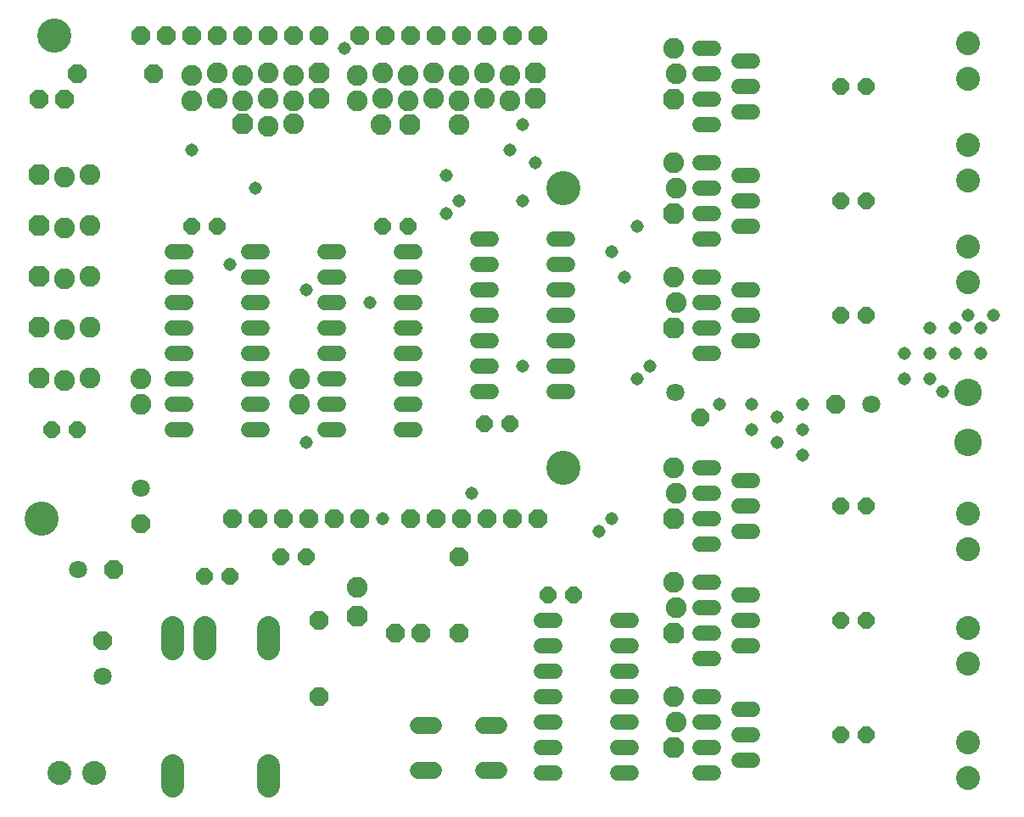
<source format=gbs>
G75*
G70*
%OFA0B0*%
%FSLAX24Y24*%
%IPPOS*%
%LPD*%
%AMOC8*
5,1,8,0,0,1.08239X$1,22.5*
%
%ADD10C,0.0905*%
%ADD11C,0.1340*%
%ADD12OC8,0.0740*%
%ADD13OC8,0.0710*%
%ADD14C,0.0710*%
%ADD15OC8,0.0640*%
%ADD16C,0.0600*%
%ADD17C,0.0595*%
%ADD18C,0.0940*%
%ADD19C,0.0142*%
%ADD20OC8,0.0820*%
%ADD21C,0.0820*%
%ADD22C,0.1080*%
%ADD23C,0.0680*%
%ADD24C,0.0516*%
D10*
X013356Y001252D02*
X013356Y002077D01*
X017106Y002077D02*
X017106Y001252D01*
X017106Y006677D02*
X017106Y007502D01*
X014606Y007502D02*
X014606Y006677D01*
X013356Y006677D02*
X013356Y007502D01*
D11*
X008206Y011752D03*
X028706Y013752D03*
X028706Y024752D03*
X008706Y030752D03*
D12*
X009606Y029252D03*
X009106Y028252D03*
X008106Y028252D03*
X012106Y030752D03*
X013106Y030752D03*
X014106Y030752D03*
X015106Y030752D03*
X016106Y030752D03*
X017106Y030752D03*
X018106Y030752D03*
X019106Y030752D03*
X020706Y030752D03*
X021706Y030752D03*
X022706Y030752D03*
X023706Y030752D03*
X024706Y030752D03*
X025706Y030752D03*
X026706Y030752D03*
X027706Y030752D03*
X012606Y029252D03*
X015706Y011752D03*
X016706Y011752D03*
X017706Y011752D03*
X018706Y011752D03*
X019706Y011752D03*
X020706Y011752D03*
X022706Y011752D03*
X023706Y011752D03*
X024706Y011752D03*
X025706Y011752D03*
X026706Y011752D03*
X027706Y011752D03*
X024606Y010252D03*
X024606Y007252D03*
X023106Y007252D03*
X022106Y007252D03*
X019106Y007752D03*
X019106Y004752D03*
D13*
X011056Y009752D03*
X012106Y011552D03*
X010606Y006952D03*
X039406Y016252D03*
D14*
X040806Y016252D03*
X033111Y016747D03*
X012106Y012952D03*
X009656Y009752D03*
X010606Y005552D03*
D15*
X014606Y009502D03*
X015606Y009502D03*
X017606Y010252D03*
X018606Y010252D03*
X025606Y015502D03*
X026606Y015502D03*
X028106Y008752D03*
X029106Y008752D03*
X039606Y007752D03*
X040606Y007752D03*
X040606Y012252D03*
X039606Y012252D03*
X039606Y019752D03*
X040606Y019752D03*
X040606Y024252D03*
X039606Y024252D03*
X039606Y028752D03*
X040606Y028752D03*
X022606Y023252D03*
X021606Y023252D03*
X015106Y023252D03*
X014106Y023252D03*
X009606Y015252D03*
X008606Y015252D03*
X039606Y003252D03*
X040606Y003252D03*
D16*
X031366Y002752D02*
X030846Y002752D01*
X030846Y003752D02*
X031366Y003752D01*
X031366Y004752D02*
X030846Y004752D01*
X030846Y005752D02*
X031366Y005752D01*
X031366Y006752D02*
X030846Y006752D01*
X030846Y007752D02*
X031366Y007752D01*
X028366Y007752D02*
X027846Y007752D01*
X027846Y006752D02*
X028366Y006752D01*
X028366Y005752D02*
X027846Y005752D01*
X027846Y004752D02*
X028366Y004752D01*
X028366Y003752D02*
X027846Y003752D01*
X027846Y002752D02*
X028366Y002752D01*
X028366Y001752D02*
X027846Y001752D01*
X030846Y001752D02*
X031366Y001752D01*
X022866Y015252D02*
X022346Y015252D01*
X022346Y016252D02*
X022866Y016252D01*
X022866Y017252D02*
X022346Y017252D01*
X022346Y018252D02*
X022866Y018252D01*
X022866Y019252D02*
X022346Y019252D01*
X022346Y020252D02*
X022866Y020252D01*
X022866Y021252D02*
X022346Y021252D01*
X022346Y022252D02*
X022866Y022252D01*
X025346Y021752D02*
X025866Y021752D01*
X025866Y022752D02*
X025346Y022752D01*
X025346Y020752D02*
X025866Y020752D01*
X025866Y019752D02*
X025346Y019752D01*
X025346Y018752D02*
X025866Y018752D01*
X025866Y017752D02*
X025346Y017752D01*
X025346Y016752D02*
X025866Y016752D01*
X028346Y016752D02*
X028866Y016752D01*
X028866Y017752D02*
X028346Y017752D01*
X028346Y018752D02*
X028866Y018752D01*
X028866Y019752D02*
X028346Y019752D01*
X028346Y020752D02*
X028866Y020752D01*
X028866Y021752D02*
X028346Y021752D01*
X028346Y022752D02*
X028866Y022752D01*
X019866Y022252D02*
X019346Y022252D01*
X019346Y021252D02*
X019866Y021252D01*
X019866Y020252D02*
X019346Y020252D01*
X019346Y019252D02*
X019866Y019252D01*
X019866Y018252D02*
X019346Y018252D01*
X019346Y017252D02*
X019866Y017252D01*
X019866Y016252D02*
X019346Y016252D01*
X019346Y015252D02*
X019866Y015252D01*
X016866Y015252D02*
X016346Y015252D01*
X016346Y016252D02*
X016866Y016252D01*
X016866Y017252D02*
X016346Y017252D01*
X016346Y018252D02*
X016866Y018252D01*
X016866Y019252D02*
X016346Y019252D01*
X016346Y020252D02*
X016866Y020252D01*
X016866Y021252D02*
X016346Y021252D01*
X016346Y022252D02*
X016866Y022252D01*
X013866Y022252D02*
X013346Y022252D01*
X013346Y021252D02*
X013866Y021252D01*
X013866Y020252D02*
X013346Y020252D01*
X013346Y019252D02*
X013866Y019252D01*
X013866Y018252D02*
X013346Y018252D01*
X013346Y017252D02*
X013866Y017252D01*
X013866Y016252D02*
X013346Y016252D01*
X013346Y015252D02*
X013866Y015252D01*
D17*
X034084Y013752D02*
X034599Y013752D01*
X035620Y013252D02*
X036135Y013252D01*
X036135Y012252D02*
X035620Y012252D01*
X034599Y012752D02*
X034084Y012752D01*
X034084Y011752D02*
X034599Y011752D01*
X035620Y011252D02*
X036135Y011252D01*
X034599Y010752D02*
X034084Y010752D01*
X034084Y009252D02*
X034599Y009252D01*
X035620Y008752D02*
X036135Y008752D01*
X036135Y007752D02*
X035620Y007752D01*
X034599Y008252D02*
X034084Y008252D01*
X034084Y007252D02*
X034599Y007252D01*
X035620Y006752D02*
X036135Y006752D01*
X034599Y006252D02*
X034084Y006252D01*
X034084Y004752D02*
X034599Y004752D01*
X035620Y004252D02*
X036135Y004252D01*
X036135Y003252D02*
X035620Y003252D01*
X034599Y003752D02*
X034084Y003752D01*
X034084Y002752D02*
X034599Y002752D01*
X035620Y002252D02*
X036135Y002252D01*
X034599Y001752D02*
X034084Y001752D01*
X034084Y018252D02*
X034599Y018252D01*
X035620Y018752D02*
X036135Y018752D01*
X036135Y019752D02*
X035620Y019752D01*
X034599Y020252D02*
X034084Y020252D01*
X034084Y021252D02*
X034599Y021252D01*
X035620Y020752D02*
X036135Y020752D01*
X034599Y019252D02*
X034084Y019252D01*
X034084Y022752D02*
X034599Y022752D01*
X035620Y023252D02*
X036135Y023252D01*
X034599Y023752D02*
X034084Y023752D01*
X034084Y024752D02*
X034599Y024752D01*
X035620Y025252D02*
X036135Y025252D01*
X036135Y024252D02*
X035620Y024252D01*
X034599Y025752D02*
X034084Y025752D01*
X034084Y027252D02*
X034599Y027252D01*
X035620Y027752D02*
X036135Y027752D01*
X036135Y028752D02*
X035620Y028752D01*
X034599Y029252D02*
X034084Y029252D01*
X034084Y030252D02*
X034599Y030252D01*
X035620Y029752D02*
X036135Y029752D01*
X034599Y028252D02*
X034084Y028252D01*
D18*
X008897Y001752D03*
X010275Y001752D03*
X044606Y001583D03*
X044606Y002961D03*
X044606Y006083D03*
X044606Y007461D03*
X044606Y010583D03*
X044606Y011961D03*
X044606Y021083D03*
X044606Y022461D03*
X044606Y025083D03*
X044606Y026461D03*
X044606Y029083D03*
X044606Y030461D03*
D19*
X034147Y015545D02*
X034218Y015474D01*
X033982Y015474D01*
X033817Y015639D01*
X033817Y015875D01*
X033982Y016040D01*
X034218Y016040D01*
X034383Y015875D01*
X034383Y015639D01*
X034218Y015474D01*
X034173Y015581D01*
X034027Y015581D01*
X033924Y015684D01*
X033924Y015830D01*
X034027Y015933D01*
X034173Y015933D01*
X034276Y015830D01*
X034276Y015684D01*
X034173Y015581D01*
X034129Y015687D01*
X034071Y015687D01*
X034030Y015728D01*
X034030Y015786D01*
X034071Y015827D01*
X034129Y015827D01*
X034170Y015786D01*
X034170Y015728D01*
X034129Y015687D01*
D20*
X033056Y019252D03*
X033056Y023752D03*
X033056Y028252D03*
X027606Y028302D03*
X027606Y029302D03*
X022676Y027252D03*
X019106Y028302D03*
X019106Y029302D03*
X016106Y027302D03*
X008106Y025302D03*
X008106Y023302D03*
X008106Y021302D03*
X008106Y019302D03*
X008106Y017302D03*
X020606Y007932D03*
X033056Y007252D03*
X033056Y011752D03*
X033056Y002752D03*
D21*
X033156Y003752D03*
X033056Y004752D03*
X033156Y008252D03*
X033056Y009252D03*
X033156Y012752D03*
X033056Y013752D03*
X033156Y020252D03*
X033056Y021252D03*
X033156Y024752D03*
X033056Y025752D03*
X033156Y029252D03*
X033056Y030252D03*
X026606Y029202D03*
X026606Y028202D03*
X025606Y028302D03*
X024606Y028202D03*
X023606Y028302D03*
X022606Y028202D03*
X021606Y028302D03*
X020606Y028202D03*
X020606Y029202D03*
X021606Y029302D03*
X022606Y029202D03*
X023606Y029302D03*
X024606Y029202D03*
X025606Y029302D03*
X024606Y027252D03*
X021536Y027252D03*
X018106Y027302D03*
X017106Y027202D03*
X017106Y028302D03*
X018106Y028202D03*
X018106Y029202D03*
X017106Y029302D03*
X016106Y029202D03*
X015106Y029302D03*
X014106Y029202D03*
X014106Y028202D03*
X015106Y028302D03*
X016106Y028202D03*
X010106Y025302D03*
X009106Y025202D03*
X010106Y023302D03*
X009106Y023202D03*
X009106Y021202D03*
X010106Y021302D03*
X010106Y019302D03*
X009106Y019202D03*
X010106Y017302D03*
X009106Y017202D03*
X012106Y017252D03*
X012106Y016252D03*
X018356Y016252D03*
X018356Y017252D03*
X020606Y009072D03*
D22*
X044606Y014768D03*
X044606Y016736D03*
D23*
X026186Y003642D02*
X025586Y003642D01*
X023626Y003642D02*
X023026Y003642D01*
X023026Y001862D02*
X023626Y001862D01*
X025586Y001862D02*
X026186Y001862D01*
D24*
X030106Y011252D03*
X030606Y011752D03*
X025106Y012752D03*
X021606Y011752D03*
X018606Y014752D03*
X021106Y020252D03*
X018606Y020752D03*
X015606Y021752D03*
X016606Y024752D03*
X014106Y026252D03*
X020106Y030252D03*
X026606Y026252D03*
X027606Y025752D03*
X027106Y024252D03*
X024606Y024252D03*
X024106Y023752D03*
X024106Y025252D03*
X027106Y027252D03*
X031606Y023252D03*
X030606Y022252D03*
X031106Y021252D03*
X032106Y017752D03*
X031606Y017252D03*
X034856Y016252D03*
X036106Y016252D03*
X037106Y015752D03*
X038106Y016252D03*
X038106Y015252D03*
X037106Y014752D03*
X038106Y014252D03*
X036106Y015252D03*
X042106Y017252D03*
X043106Y017252D03*
X043606Y016752D03*
X044106Y018252D03*
X045106Y018252D03*
X045106Y019252D03*
X045606Y019752D03*
X044606Y019752D03*
X044106Y019252D03*
X043106Y019252D03*
X043106Y018252D03*
X042106Y018252D03*
X027106Y017752D03*
M02*

</source>
